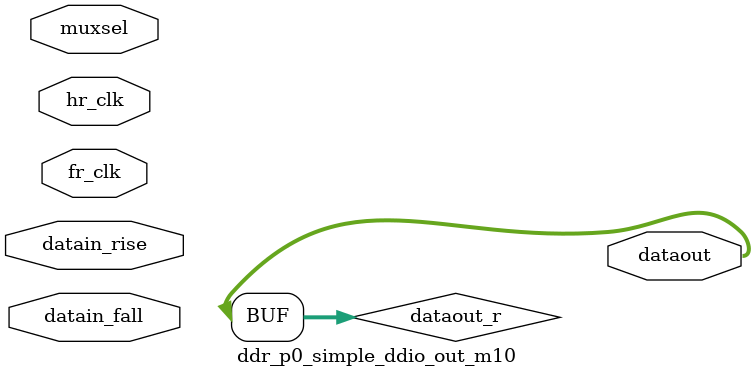
<source format=sv>




`timescale 1 ps / 1 ps

module ddr_p0_simple_ddio_out_m10(
	hr_clk,
	fr_clk,
	datain_rise,
        datain_fall,
        muxsel,
	dataout
);

// *****************************************************************
// BEGIN PARAMETER SECTION

parameter DATA_WIDTH = ""; 

// END PARAMETER SECTION
// *****************************************************************

input	hr_clk;
input   fr_clk;
input	[DATA_WIDTH-1:0] datain_rise;
input   [DATA_WIDTH-1:0] datain_fall;
input   muxsel;
output	[DATA_WIDTH-1:0] dataout;

generate
genvar i, j;
	(* altera_attribute = {"-name ALLOW_SYNCH_CTRL_USAGE OFF"}*) reg [DATA_WIDTH-1:0] datain_r /* synthesis dont_merge syn_noprune syn_preserve = 1 */;
	(* altera_attribute = {"-name ALLOW_SYNCH_CTRL_USAGE OFF"}*) reg [DATA_WIDTH-1:0] datain_f /* synthesis dont_merge syn_noprune syn_preserve = 1 */;


        always_ff @ (posedge hr_clk )
	begin
		datain_r <= datain_rise;
	end

        always_ff @ (negedge hr_clk)
        begin
                datain_f <= datain_fall;
        end


	reg [DATA_WIDTH-1:0] dataout_r /* synthesis dont_merge syn_noprune syn_preserve = 1 */;
	for (i=0; i<DATA_WIDTH; i=i+1)
	begin: ddio_group

                always_ff @ (posedge fr_clk)
                begin
                        if (muxsel)
                        begin
			        dataout_r[i] <= datain_f;
                        end else begin
                                dataout_r[i] <= datain_r;
                        end
		end
	end
	
	assign dataout = dataout_r;
	
endgenerate
endmodule

</source>
